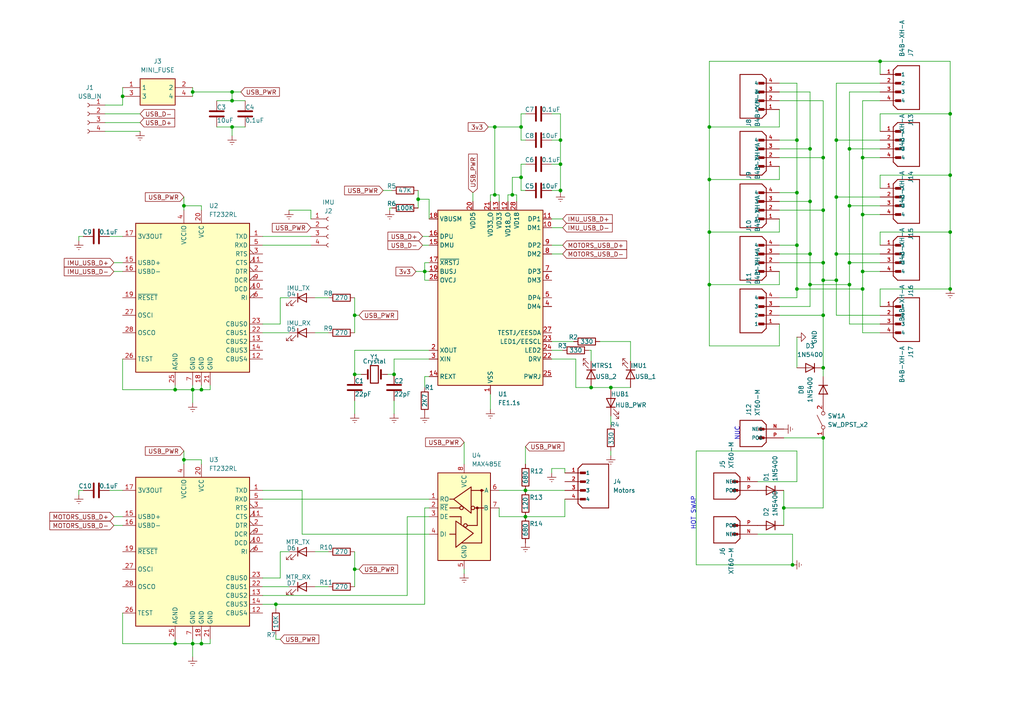
<source format=kicad_sch>
(kicad_sch (version 20231120) (generator "eeschema") (generator_version "8.0")
  (paper "A4")
  (title_block (title "Communication Board for Humanoid Robot"))
  (junction (at 275.59 83.82))
  (junction (at 275.59 33.02))
  (junction (at 242.57 73.66))
  (junction (at 238.76 91.44))
  (junction (at 231.14 71.12))
  (junction (at 242.57 40.64))
  (junction (at 234.95 43.18))
  (junction (at 234.95 82.55))
  (junction (at 238.76 60.96))
  (junction (at 250.19 78.74))
  (junction (at 50.8 186.69))
  (junction (at 231.14 83.82))
  (junction (at 177.165 112.395))
  (junction (at 53.34 133.35))
  (junction (at 238.76 81.28))
  (junction (at 102.87 165.1))
  (junction (at 58.42 186.69))
  (junction (at 231.14 55.88))
  (junction (at 242.57 81.28))
  (junction (at 238.76 45.72))
  (junction (at 234.95 58.42))
  (junction (at 102.87 108.585))
  (junction (at 250.19 45.72))
  (junction (at 229.87 163.83))
  (junction (at 162.56 55.245))
  (junction (at 114.3 108.585))
  (junction (at 246.38 59.69))
  (junction (at 55.88 113.03))
  (junction (at 55.88 186.69))
  (junction (at 205.74 52.07))
  (junction (at 151.13 36.83))
  (junction (at 275.59 50.8))
  (junction (at 227.33 147.32))
  (junction (at 231.14 40.64))
  (junction (at 102.87 91.44))
  (junction (at 151.13 51.435))
  (junction (at 246.38 82.55))
  (junction (at 205.74 67.31))
  (junction (at 143.51 36.83))
  (junction (at 148.59 56.515))
  (junction (at 238.76 76.2))
  (junction (at 80.01 175.26))
  (junction (at 255.27 17.78))
  (junction (at 250.19 83.82))
  (junction (at 250.19 62.23))
  (junction (at 162.56 40.64))
  (junction (at 123.19 78.74))
  (junction (at 162.56 47.625))
  (junction (at 35.56 27.94))
  (junction (at 55.88 26.67))
  (junction (at 234.95 73.66))
  (junction (at 246.38 76.2))
  (junction (at 275.59 67.31))
  (junction (at 171.45 112.395))
  (junction (at 50.8 113.03))
  (junction (at 121.285 57.785))
  (junction (at 143.51 56.515))
  (junction (at 67.31 36.83))
  (junction (at 242.57 57.15))
  (junction (at 246.38 43.18))
  (junction (at 67.31 26.67))
  (junction (at 53.34 59.69))
  (junction (at 205.74 82.55))
  (junction (at 238.76 106.68))
  (junction (at 238.76 127))
  (junction (at 152.4 149.86))
  (junction (at 58.42 113.03))
  (junction (at 67.31 29.21))
  (junction (at 152.4 142.24))
  (junction (at 205.74 36.83))
  (wire (pts (xy 50.8 186.69) (xy 55.88 186.69)))
  (wire (pts (xy 67.31 26.67) (xy 67.31 29.21)))
  (wire (pts (xy 118.11 172.72) (xy 118.11 149.86)))
  (wire (pts (xy 162.56 55.245) (xy 160.02 55.245)))
  (wire (pts (xy 95.25 160.02) (xy 91.44 160.02)))
  (wire (pts (xy 60.96 111.76) (xy 60.96 113.03)))
  (wire (pts (xy 238.76 106.68) (xy 238.76 109.22)))
  (wire (pts (xy 102.87 91.44) (xy 102.87 86.36)))
  (wire (pts (xy 231.14 83.82) (xy 231.14 71.12)))
  (wire (pts (xy 163.83 135.89) (xy 160.02 135.89)))
  (wire (pts (xy 234.95 43.18) (xy 234.95 26.67)))
  (wire (pts (xy 114.3 120.015) (xy 114.3 116.205)))
  (wire (pts (xy 275.59 50.8) (xy 275.59 67.31)))
  (wire (pts (xy 53.34 57.15) (xy 53.34 59.69)))
  (wire (pts (xy 163.83 137.16) (xy 163.83 135.89)))
  (wire (pts (xy 144.78 56.515) (xy 144.78 58.42)))
  (wire (pts (xy 76.2 172.72) (xy 118.11 172.72)))
  (wire (pts (xy 205.74 52.07) (xy 205.74 36.83)))
  (wire (pts (xy 238.76 127) (xy 238.76 147.32)))
  (wire (pts (xy 231.14 40.64) (xy 231.14 24.13)))
  (wire (pts (xy 33.02 152.4) (xy 35.56 152.4)))
  (wire (pts (xy 60.96 186.69) (xy 58.42 186.69)))
  (wire (pts (xy 76.2 175.26) (xy 80.01 175.26)))
  (wire (pts (xy 80.01 185.42) (xy 80.01 184.15)))
  (wire (pts (xy 205.74 100.33) (xy 205.74 82.55)))
  (wire (pts (xy 144.78 142.24) (xy 152.4 142.24)))
  (wire (pts (xy 229.87 163.83) (xy 229.87 154.94)))
  (wire (pts (xy 123.19 76.2) (xy 123.19 78.74)))
  (wire (pts (xy 231.14 83.82) (xy 250.19 83.82)))
  (wire (pts (xy 226.06 86.36) (xy 231.14 86.36)))
  (wire (pts (xy 255.27 78.74) (xy 250.19 78.74)))
  (wire (pts (xy 31.75 142.24) (xy 35.56 142.24)))
  (wire (pts (xy 275.59 33.02) (xy 275.59 50.8)))
  (wire (pts (xy 151.13 33.02) (xy 151.13 36.83)))
  (wire (pts (xy 55.88 25.4) (xy 55.88 26.67)))
  (wire (pts (xy 62.865 29.21) (xy 67.31 29.21)))
  (wire (pts (xy 163.83 149.86) (xy 163.83 144.78)))
  (wire (pts (xy 151.13 51.435) (xy 151.13 55.245)))
  (wire (pts (xy 87.63 142.24) (xy 87.63 154.94)))
  (wire (pts (xy 242.57 73.66) (xy 242.57 81.28)))
  (wire (pts (xy 122.555 71.12) (xy 124.46 71.12)))
  (wire (pts (xy 163.195 66.04) (xy 160.02 66.04)))
  (wire (pts (xy 95.25 170.18) (xy 91.44 170.18)))
  (wire (pts (xy 255.27 40.64) (xy 242.57 40.64)))
  (wire (pts (xy 246.38 26.67) (xy 246.38 43.18)))
  (wire (pts (xy 124.46 109.22) (xy 123.19 109.22)))
  (wire (pts (xy 226.06 73.66) (xy 234.95 73.66)))
  (wire (pts (xy 141.605 36.83) (xy 143.51 36.83)))
  (wire (pts (xy 255.27 76.2) (xy 246.38 76.2)))
  (wire (pts (xy 226.06 36.83) (xy 205.74 36.83)))
  (wire (pts (xy 177.165 120.65) (xy 177.165 123.19)))
  (wire (pts (xy 24.13 68.58) (xy 22.86 68.58)))
  (wire (pts (xy 76.2 142.24) (xy 87.63 142.24)))
  (wire (pts (xy 226.06 48.26) (xy 226.06 52.07)))
  (wire (pts (xy 205.74 36.83) (xy 205.74 17.78)))
  (wire (pts (xy 137.16 58.42) (xy 137.16 55.88)))
  (wire (pts (xy 226.06 76.2) (xy 238.76 76.2)))
  (wire (pts (xy 201.93 163.83) (xy 229.87 163.83)))
  (wire (pts (xy 246.38 82.55) (xy 246.38 93.98)))
  (wire (pts (xy 226.06 91.44) (xy 238.76 91.44)))
  (wire (pts (xy 231.14 86.36) (xy 231.14 83.82)))
  (wire (pts (xy 55.88 186.69) (xy 58.42 186.69)))
  (wire (pts (xy 30.48 30.48) (xy 35.56 30.48)))
  (wire (pts (xy 162.56 33.02) (xy 162.56 40.64)))
  (wire (pts (xy 151.13 33.02) (xy 152.4 33.02)))
  (wire (pts (xy 255.27 33.02) (xy 275.59 33.02)))
  (wire (pts (xy 171.45 112.395) (xy 177.165 112.395)))
  (wire (pts (xy 255.27 73.66) (xy 242.57 73.66)))
  (wire (pts (xy 173.99 99.06) (xy 182.88 99.06)))
  (wire (pts (xy 226.06 78.74) (xy 226.06 82.55)))
  (wire (pts (xy 177.165 132.08) (xy 177.165 130.81)))
  (wire (pts (xy 255.27 21.59) (xy 255.27 17.78)))
  (wire (pts (xy 231.14 71.12) (xy 231.14 55.88)))
  (wire (pts (xy 35.56 177.8) (xy 35.56 186.69)))
  (wire (pts (xy 76.2 170.18) (xy 83.82 170.18)))
  (wire (pts (xy 95.25 96.52) (xy 91.44 96.52)))
  (wire (pts (xy 255.27 38.1) (xy 255.27 33.02)))
  (wire (pts (xy 144.78 149.86) (xy 152.4 149.86)))
  (wire (pts (xy 60.96 185.42) (xy 60.96 186.69)))
  (wire (pts (xy 123.19 78.74) (xy 124.46 78.74)))
  (wire (pts (xy 162.56 33.02) (xy 160.02 33.02)))
  (wire (pts (xy 33.02 149.86) (xy 35.56 149.86)))
  (wire (pts (xy 219.71 139.7) (xy 231.14 139.7)))
  (wire (pts (xy 255.27 88.9) (xy 255.27 83.82)))
  (wire (pts (xy 229.87 154.94) (xy 219.71 154.94)))
  (wire (pts (xy 205.74 82.55) (xy 205.74 67.31)))
  (wire (pts (xy 151.13 55.245) (xy 152.4 55.245)))
  (wire (pts (xy 113.03 60.325) (xy 113.665 60.325)))
  (wire (pts (xy 226.06 88.9) (xy 234.95 88.9)))
  (wire (pts (xy 234.95 82.55) (xy 234.95 73.66)))
  (wire (pts (xy 255.27 24.13) (xy 242.57 24.13)))
  (wire (pts (xy 226.06 31.75) (xy 226.06 36.83)))
  (wire (pts (xy 53.34 130.81) (xy 53.34 133.35)))
  (wire (pts (xy 151.13 36.83) (xy 151.13 40.64)))
  (wire (pts (xy 69.85 26.67) (xy 67.31 26.67)))
  (wire (pts (xy 55.88 186.69) (xy 55.88 190.5)))
  (wire (pts (xy 226.06 63.5) (xy 226.06 67.31)))
  (wire (pts (xy 102.87 108.585) (xy 104.775 108.585)))
  (wire (pts (xy 22.86 142.24) (xy 22.86 143.51)))
  (wire (pts (xy 35.56 104.14) (xy 35.56 113.03)))
  (wire (pts (xy 226.06 55.88) (xy 231.14 55.88)))
  (wire (pts (xy 147.32 56.515) (xy 148.59 56.515)))
  (wire (pts (xy 250.19 29.21) (xy 250.19 45.72)))
  (wire (pts (xy 238.76 45.72) (xy 238.76 29.21)))
  (wire (pts (xy 162.56 47.625) (xy 162.56 55.245)))
  (wire (pts (xy 226.06 26.67) (xy 234.95 26.67)))
  (wire (pts (xy 246.38 43.18) (xy 246.38 59.69)))
  (wire (pts (xy 95.25 86.36) (xy 91.44 86.36)))
  (wire (pts (xy 227.33 152.4) (xy 227.33 147.32)))
  (wire (pts (xy 50.8 185.42) (xy 50.8 186.69)))
  (wire (pts (xy 250.19 83.82) (xy 250.19 96.52)))
  (wire (pts (xy 148.59 56.515) (xy 149.86 56.515)))
  (wire (pts (xy 152.4 142.24) (xy 163.83 142.24)))
  (wire (pts (xy 151.13 47.625) (xy 151.13 51.435)))
  (wire (pts (xy 33.02 76.2) (xy 35.56 76.2)))
  (wire (pts (xy 238.76 147.32) (xy 227.33 147.32)))
  (wire (pts (xy 234.95 88.9) (xy 234.95 82.55)))
  (wire (pts (xy 58.42 111.76) (xy 58.42 113.03)))
  (wire (pts (xy 182.88 99.06) (xy 182.88 104.775)))
  (wire (pts (xy 226.06 40.64) (xy 231.14 40.64)))
  (wire (pts (xy 242.57 81.28) (xy 242.57 91.44)))
  (wire (pts (xy 162.56 55.88) (xy 162.56 55.245)))
  (wire (pts (xy 255.27 57.15) (xy 242.57 57.15)))
  (wire (pts (xy 67.31 36.83) (xy 71.12 36.83)))
  (wire (pts (xy 134.62 128.27) (xy 134.62 134.62)))
  (wire (pts (xy 255.27 29.21) (xy 250.19 29.21)))
  (wire (pts (xy 149.86 56.515) (xy 149.86 58.42)))
  (wire (pts (xy 234.95 73.66) (xy 234.95 58.42)))
  (wire (pts (xy 226.06 71.12) (xy 231.14 71.12)))
  (wire (pts (xy 255.27 43.18) (xy 246.38 43.18)))
  (wire (pts (xy 142.24 56.515) (xy 143.51 56.515)))
  (wire (pts (xy 231.14 139.7) (xy 231.14 130.81)))
  (wire (pts (xy 171.45 101.6) (xy 170.815 101.6)))
  (wire (pts (xy 238.76 60.96) (xy 238.76 45.72)))
  (wire (pts (xy 275.59 17.78) (xy 275.59 33.02)))
  (wire (pts (xy 226.06 58.42) (xy 234.95 58.42)))
  (wire (pts (xy 167.005 112.395) (xy 171.45 112.395)))
  (wire (pts (xy 55.88 113.03) (xy 55.88 116.84)))
  (wire (pts (xy 142.24 114.3) (xy 142.24 118.745)))
  (wire (pts (xy 123.19 175.26) (xy 123.19 147.32)))
  (wire (pts (xy 124.46 57.785) (xy 124.46 63.5)))
  (wire (pts (xy 123.19 78.74) (xy 123.19 81.28)))
  (wire (pts (xy 58.42 59.69) (xy 53.34 59.69)))
  (wire (pts (xy 160.02 73.66) (xy 163.195 73.66)))
  (wire (pts (xy 255.27 93.98) (xy 246.38 93.98)))
  (wire (pts (xy 255.27 83.82) (xy 275.59 83.82)))
  (wire (pts (xy 120.65 78.74) (xy 123.19 78.74)))
  (wire (pts (xy 255.27 54.61) (xy 255.27 50.8)))
  (wire (pts (xy 58.42 185.42) (xy 58.42 186.69)))
  (wire (pts (xy 226.06 24.13) (xy 231.14 24.13)))
  (wire (pts (xy 102.87 101.6) (xy 124.46 101.6)))
  (wire (pts (xy 83.82 160.02) (xy 81.28 160.02)))
  (wire (pts (xy 226.06 93.98) (xy 226.06 100.33)))
  (wire (pts (xy 160.02 71.12) (xy 163.195 71.12)))
  (wire (pts (xy 90.17 60.96) (xy 83.82 60.96)))
  (wire (pts (xy 102.87 101.6) (xy 102.87 108.585)))
  (wire (pts (xy 55.88 186.69) (xy 55.88 185.42)))
  (wire (pts (xy 143.51 36.83) (xy 151.13 36.83)))
  (wire (pts (xy 242.57 24.13) (xy 242.57 40.64)))
  (wire (pts (xy 111.125 55.245) (xy 113.665 55.245)))
  (wire (pts (xy 144.78 149.86) (xy 144.78 147.32)))
  (wire (pts (xy 40.64 35.56) (xy 30.48 35.56)))
  (wire (pts (xy 118.11 149.86) (xy 124.46 149.86)))
  (wire (pts (xy 234.95 58.42) (xy 234.95 43.18)))
  (wire (pts (xy 205.74 67.31) (xy 226.06 67.31)))
  (wire (pts (xy 255.27 59.69) (xy 246.38 59.69)))
  (wire (pts (xy 123.19 81.28) (xy 124.46 81.28)))
  (wire (pts (xy 55.88 113.03) (xy 55.88 111.76)))
  (wire (pts (xy 123.19 147.32) (xy 124.46 147.32)))
  (wire (pts (xy 122.555 68.58) (xy 124.46 68.58)))
  (wire (pts (xy 205.74 17.78) (xy 255.27 17.78)))
  (wire (pts (xy 205.74 67.31) (xy 205.74 52.07)))
  (wire (pts (xy 160.02 104.14) (xy 167.005 104.14)))
  (wire (pts (xy 238.76 91.44) (xy 238.76 81.28)))
  (wire (pts (xy 58.42 60.96) (xy 58.42 59.69)))
  (wire (pts (xy 160.02 135.89) (xy 160.02 137.16)))
  (wire (pts (xy 205.74 82.55) (xy 226.06 82.55)))
  (wire (pts (xy 113.03 60.96) (xy 113.03 60.325)))
  (wire (pts (xy 255.27 67.31) (xy 275.59 67.31)))
  (wire (pts (xy 81.28 93.98) (xy 76.2 93.98)))
  (wire (pts (xy 121.285 57.785) (xy 124.46 57.785)))
  (wire (pts (xy 53.34 59.69) (xy 53.34 60.96)))
  (wire (pts (xy 250.19 96.52) (xy 255.27 96.52)))
  (wire (pts (xy 102.87 165.1) (xy 102.87 170.18)))
  (wire (pts (xy 255.27 71.12) (xy 255.27 67.31)))
  (wire (pts (xy 143.51 56.515) (xy 144.78 56.515)))
  (wire (pts (xy 76.2 144.78) (xy 124.46 144.78)))
  (wire (pts (xy 226.06 52.07) (xy 205.74 52.07)))
  (wire (pts (xy 255.27 50.8) (xy 275.59 50.8)))
  (wire (pts (xy 152.4 129.54) (xy 152.4 134.62)))
  (wire (pts (xy 231.14 130.81) (xy 201.93 130.81)))
  (wire (pts (xy 250.19 62.23) (xy 250.19 78.74)))
  (wire (pts (xy 163.195 101.6) (xy 160.02 101.6)))
  (wire (pts (xy 24.13 142.24) (xy 22.86 142.24)))
  (wire (pts (xy 80.01 176.53) (xy 80.01 175.26)))
  (wire (pts (xy 250.19 78.74) (xy 250.19 83.82)))
  (wire (pts (xy 242.57 57.15) (xy 242.57 73.66)))
  (wire (pts (xy 238.76 81.28) (xy 242.57 81.28)))
  (wire (pts (xy 227.33 147.32) (xy 227.33 142.24)))
  (wire (pts (xy 81.28 160.02) (xy 81.28 167.64)))
  (wire (pts (xy 67.31 29.21) (xy 71.12 29.21)))
  (wire (pts (xy 238.76 76.2) (xy 238.76 60.96)))
  (wire (pts (xy 121.285 57.785) (xy 121.285 55.245)))
  (wire (pts (xy 250.19 45.72) (xy 250.19 62.23)))
  (wire (pts (xy 255.27 45.72) (xy 250.19 45.72)))
  (wire (pts (xy 76.2 96.52) (xy 83.82 96.52)))
  (wire (pts (xy 201.93 130.81) (xy 201.93 163.83)))
  (wire (pts (xy 227.33 127) (xy 238.76 127)))
  (wire (pts (xy 255.27 26.67) (xy 246.38 26.67)))
  (wire (pts (xy 55.88 26.67) (xy 55.88 27.94)))
  (wire (pts (xy 151.13 40.64) (xy 152.4 40.64)))
  (wire (pts (xy 171.45 104.775) (xy 171.45 101.6)))
  (wire (pts (xy 242.57 40.64) (xy 242.57 57.15)))
  (wire (pts (xy 62.865 36.83) (xy 67.31 36.83)))
  (wire (pts (xy 152.4 149.86) (xy 163.83 149.86)))
  (wire (pts (xy 121.285 60.325) (xy 121.285 57.785)))
  (wire (pts (xy 246.38 76.2) (xy 246.38 82.55)))
  (wire (pts (xy 255.27 17.78) (xy 275.59 17.78)))
  (wire (pts (xy 151.13 47.625) (xy 152.4 47.625)))
  (wire (pts (xy 83.82 86.36) (xy 81.28 86.36)))
  (wire (pts (xy 102.87 165.1) (xy 102.87 160.02)))
  (wire (pts (xy 246.38 59.69) (xy 246.38 76.2)))
  (wire (pts (xy 58.42 134.62) (xy 58.42 133.35)))
  (wire (pts (xy 114.3 104.14) (xy 114.3 108.585)))
  (wire (pts (xy 76.2 68.58) (xy 90.17 68.58)))
  (wire (pts (xy 55.88 113.03) (xy 58.42 113.03)))
  (wire (pts (xy 58.42 133.35) (xy 53.34 133.35)))
  (wire (pts (xy 60.96 113.03) (xy 58.42 113.03)))
  (wire (pts (xy 226.06 100.33) (xy 205.74 100.33)))
  (wire (pts (xy 238.76 81.28) (xy 238.76 76.2)))
  (wire (pts (xy 226.06 29.21) (xy 238.76 29.21)))
  (wire (pts (xy 162.56 40.64) (xy 160.02 40.64)))
  (wire (pts (xy 50.8 113.03) (xy 55.88 113.03)))
  (wire (pts (xy 142.24 58.42) (xy 142.24 56.515)))
  (wire (pts (xy 55.88 26.67) (xy 67.31 26.67)))
  (wire (pts (xy 124.46 76.2) (xy 123.19 76.2)))
  (wire (pts (xy 226.06 60.96) (xy 238.76 60.96)))
  (wire (pts (xy 40.64 38.1) (xy 30.48 38.1)))
  (wire (pts (xy 35.56 30.48) (xy 35.56 27.94)))
  (wire (pts (xy 167.005 104.14) (xy 167.005 112.395)))
  (wire (pts (xy 226.06 43.18) (xy 234.95 43.18)))
  (wire (pts (xy 238.76 91.44) (xy 238.76 106.68)))
  (wire (pts (xy 148.59 56.515) (xy 148.59 51.435)))
  (wire (pts (xy 35.56 113.03) (xy 50.8 113.03)))
  (wire (pts (xy 231.14 55.88) (xy 231.14 40.64)))
  (wire (pts (xy 80.01 175.26) (xy 123.19 175.26)))
  (wire (pts (xy 76.2 71.12) (xy 90.17 71.12)))
  (wire (pts (xy 22.86 68.58) (xy 22.86 69.85)))
  (wire (pts (xy 104.14 91.44) (xy 102.87 91.44)))
  (wire (pts (xy 81.28 185.42) (xy 80.01 185.42)))
  (wire (pts (xy 67.31 39.37) (xy 67.31 36.83)))
  (wire (pts (xy 35.56 186.69) (xy 50.8 186.69)))
  (wire (pts (xy 112.395 108.585) (xy 114.3 108.585)))
  (wire (pts (xy 114.3 104.14) (xy 124.46 104.14)))
  (wire (pts (xy 226.06 45.72) (xy 238.76 45.72)))
  (wire (pts (xy 40.64 33.02) (xy 30.48 33.02)))
  (wire (pts (xy 148.59 51.435) (xy 151.13 51.435)))
  (wire (pts (xy 53.34 133.35) (xy 53.34 134.62)))
  (wire (pts (xy 162.56 40.64) (xy 162.56 47.625)))
  (wire (pts (xy 234.95 82.55) (xy 246.38 82.55)))
  (wire (pts (xy 123.19 109.22) (xy 123.19 112.395)))
  (wire (pts (xy 102.87 120.015) (xy 102.87 116.205)))
  (wire (pts (xy 104.14 165.1) (xy 102.87 165.1)))
  (wire (pts (xy 143.51 36.83) (xy 143.51 56.515)))
  (wire (pts (xy 81.28 86.36) (xy 81.28 93.98)))
  (wire (pts (xy 50.8 111.76) (xy 50.8 113.03)))
  (wire (pts (xy 177.165 112.395) (xy 177.165 113.03)))
  (wire (pts (xy 33.02 78.74) (xy 35.56 78.74)))
  (wire (pts (xy 87.63 154.94) (xy 124.46 154.94)))
  (wire (pts (xy 162.56 47.625) (xy 160.02 47.625)))
  (wire (pts (xy 163.195 63.5) (xy 160.02 63.5)))
  (wire (pts (xy 90.17 60.96) (xy 90.17 63.5)))
  (wire (pts (xy 134.62 165.1) (xy 134.62 166.37)))
  (wire (pts (xy 31.75 68.58) (xy 35.56 68.58)))
  (wire (pts (xy 147.32 58.42) (xy 147.32 56.515)))
  (wire (pts (xy 242.57 91.44) (xy 255.27 91.44)))
  (wire (pts (xy 255.27 62.23) (xy 250.19 62.23)))
  (wire (pts (xy 81.28 167.64) (xy 76.2 167.64)))
  (wire (pts (xy 275.59 67.31) (xy 275.59 83.82)))
  (wire (pts (xy 102.87 91.44) (xy 102.87 96.52)))
  (wire (pts (xy 177.165 112.395) (xy 182.88 112.395)))
  (wire (pts (xy 231.14 106.68) (xy 231.14 97.79)))
  (wire (pts (xy 35.56 25.4) (xy 35.56 27.94)))
  (wire (pts (xy 166.37 99.06) (xy 160.02 99.06)))
  (text "NUC\n" (at 213.868 125.73 90) (effects (font (size 1.27 1.27))))
  (text "HOT SWAP\n" (at 201.168 148.844 90) (effects (font (size 1.27 1.27))))
  (global_label "3v3" (shape input) (at 141.605 36.83 180) (property "Intersheetrefs" "${INTERSHEET_REFS}" (effects (hide yes))))
  (global_label "USB_PWR" (shape input) (at 137.16 55.88 90) (property "Intersheetrefs" "${INTERSHEET_REFS}" (effects (hide yes))))
  (global_label "USB_PWR" (shape input) (at 81.28 185.42 0) (property "Intersheetrefs" "${INTERSHEET_REFS}" (effects (hide yes))))
  (global_label "USB_PWR" (shape input) (at 104.14 165.1 0) (property "Intersheetrefs" "${INTERSHEET_REFS}" (effects (hide yes))))
  (global_label "USB_PWR" (shape input) (at 53.34 57.15 180) (property "Intersheetrefs" "${INTERSHEET_REFS}" (effects (hide yes))))
  (global_label "IMU_USB_D+" (shape input) (at 163.195 63.5 0) (property "Intersheetrefs" "${INTERSHEET_REFS}" (effects (hide yes))))
  (global_label "USB_PWR" (shape input) (at 53.34 130.81 180) (property "Intersheetrefs" "${INTERSHEET_REFS}" (effects (hide yes))))
  (global_label "USB_PWR" (shape input) (at 90.17 66.04 180) (property "Intersheetrefs" "${INTERSHEET_REFS}" (effects (hide yes))))
  (global_label "IMU_USB_D-" (shape input) (at 33.02 78.74 180) (property "Intersheetrefs" "${INTERSHEET_REFS}" (effects (hide yes))))
  (global_label "MOTORS_USB_D-" (shape input) (at 33.02 152.4 180) (property "Intersheetrefs" "${INTERSHEET_REFS}" (effects (hide yes))))
  (global_label "USB_D+" (shape input) (at 122.555 68.58 180) (property "Intersheetrefs" "${INTERSHEET_REFS}" (effects (hide yes))))
  (global_label "MOTORS_USB_D+" (shape input) (at 33.02 149.86 180) (property "Intersheetrefs" "${INTERSHEET_REFS}" (effects (hide yes))))
  (global_label "IMU_USB_D+" (shape input) (at 33.02 76.2 180) (property "Intersheetrefs" "${INTERSHEET_REFS}" (effects (hide yes))))
  (global_label "USB_D-" (shape input) (at 122.555 71.12 180) (property "Intersheetrefs" "${INTERSHEET_REFS}" (effects (hide yes))))
  (global_label "USB_PWR" (shape input) (at 69.85 26.67 0) (property "Intersheetrefs" "${INTERSHEET_REFS}" (effects (hide yes))))
  (global_label "USB_PWR" (shape input) (at 134.62 128.27 180) (property "Intersheetrefs" "${INTERSHEET_REFS}" (effects (hide yes))))
  (global_label "IMU_USB_D-" (shape input) (at 163.195 66.04 0) (property "Intersheetrefs" "${INTERSHEET_REFS}" (effects (hide yes))))
  (global_label "USB_PWR" (shape input) (at 152.4 129.54 0) (property "Intersheetrefs" "${INTERSHEET_REFS}" (effects (hide yes))))
  (global_label "3v3" (shape input) (at 120.65 78.74 180) (property "Intersheetrefs" "${INTERSHEET_REFS}" (effects (hide yes))))
  (global_label "USB_PWR" (shape input) (at 104.14 91.44 0) (property "Intersheetrefs" "${INTERSHEET_REFS}" (effects (hide yes))))
  (global_label "USB_D-" (shape input) (at 40.64 33.02 0) (property "Intersheetrefs" "${INTERSHEET_REFS}" (effects (hide yes))))
  (global_label "USB_D+" (shape input) (at 40.64 35.56 0) (property "Intersheetrefs" "${INTERSHEET_REFS}" (effects (hide yes))))
  (global_label "MOTORS_USB_D-" (shape input) (at 163.195 73.66 0) (property "Intersheetrefs" "${INTERSHEET_REFS}" (effects (hide yes))))
  (global_label "USB_PWR" (shape input) (at 111.125 55.245 180) (property "Intersheetrefs" "${INTERSHEET_REFS}" (effects (hide yes))))
  (global_label "MOTORS_USB_D+" (shape input) (at 163.195 71.12 0) (property "Intersheetrefs" "${INTERSHEET_REFS}" (effects (hide yes))))
  (symbol (lib_id "power:GNDREF") (at 177.165 132.08 0) (unit 1)
    (property "Reference" "#PWR04" (effects (hide yes)))
    (property "Value" "GNDREF" (effects (hide yes)))
  )
  (symbol (lib_id "power:GNDREF") (at 83.82 60.96 0) (unit 1)
    (property "Reference" "#PWR012" (effects (hide yes)))
    (property "Value" "GNDREF" (effects (hide yes)))
  )
  (symbol (lib_id "Device:R") (at 117.475 60.325 90) (unit 1)
    (property "Reference" "R6" (at 114.935 59.055 90) (effects (justify left)))
    (property "Value" "100K" (at 120.015 60.325 90) (effects (justify left)))
    (property "Footprint" "Resistor_SMD:R_1206_3216Metric" (effects (hide yes)))
  )
  (symbol (lib_id "power:GNDREF") (at 142.24 118.745 0) (unit 1)
    (property "Reference" "#PWR06" (effects (hide yes)))
    (property "Value" "GNDREF" (effects (hide yes)))
  )
  (symbol (lib_id "Device:C") (at 156.21 47.625 90) (unit 1)
    (property "Reference" "C6" (at 154.94 46.355 90) (effects (justify left)))
    (property "Value" "0.1uF" (at 162.56 46.355 90) (effects (justify left)))
    (property "Footprint" "Capacitor_SMD:C_1206_3216Metric" (effects (hide yes)))
  )
  (symbol (lib_id "Switch:SW_DPST_x2") (at 238.76 121.92 90) (unit 1)
    (property "Reference" "SW1" (at 240.03 120.6499 90) (effects (justify right)))
    (property "Value" "SW_DPST_x2" (at 240.03 123.1899 90) (effects (justify right)))
    (property "Footprint" "Connector_Pin:Pin_D1.1mm_L10.2mm_W3.5mm_Flat" (effects (hide yes)))
    (property "Description" "Single Pole Single Throw (SPST) switch, separate symbol" (effects (hide yes)))
  )
  (symbol (lib_id "humanoid:MINI_FUSE") (at 35.56 25.4 0) (unit 1)
    (property "Reference" "J3" (at 45.72 17.78 0))
    (property "Value" "MINI_FUSE" (at 45.72 20.32 0))
    (property "Footprint" "humanoid:MINI_FUSE" (effects (hide yes)))
    (property "Datasheet" "http://www.keyelco.com/product-pdf.cfm?p=296" (effects (hide yes)))
    (property "Description" "THM 2 in 1 Auto Blade Holder P/N 3557-2" (effects (hide yes)))
    (property "Mouser Part Number" "534-3557-2" (effects (hide yes)))
    (property "Mouser Price/Stock" "https://www.mouser.co.uk/ProductDetail/Keystone-Electronics/3557-2?qs=cxy41lVAGV%2FfbyASjpXK1g%3D%3D" (effects (hide yes)))
    (property "Manufacturer_Name" "Keystone Electronics" (effects (hide yes)))
    (property "Manufacturer_Part_Number" "3557-2" (effects (hide yes)))
  )
  (symbol (lib_id "Device:C") (at 27.94 68.58 90) (unit 1)
    (property "Reference" "C9" (at 26.67 67.31 90) (effects (justify left)))
    (property "Value" "0.1uF" (at 34.29 67.31 90) (effects (justify left)))
    (property "Footprint" "Capacitor_SMD:C_1206_3216Metric" (effects (hide yes)))
  )
  (symbol (lib_id "Device:LED") (at 87.63 170.18 0) (unit 1)
    (property "Reference" "D7" (at 85.852 169.164 0) (effects (justify right)))
    (property "Value" "MTR_RX" (at 90.17 167.386 0) (effects (justify right)))
    (property "Footprint" "LED_SMD:LED_1206_3216Metric_Pad1.42x1.75mm_HandSolder" (effects (hide yes)))
  )
  (symbol (lib_id "Device:LED") (at 171.45 108.585 270) (unit 1)
    (property "Reference" "MTRS1" (at 171.45 106.045 90) (effects (justify left)))
    (property "Value" "USB_2" (at 172.72 109.22 90) (effects (justify left)))
    (property "Footprint" "LED_SMD:LED_1206_3216Metric_Pad1.42x1.75mm_HandSolder" (effects (hide yes)))
  )
  (symbol (lib_id "power:GND") (at 231.14 97.79 90) (unit 1)
    (property "Reference" "#PWR020" (effects (hide yes)))
    (property "Value" "GND" (at 236.22 97.79 0))
    (property "Description" "Power symbol creates a global label with name \"GND\" , ground" (effects (hide yes)))
  )
  (symbol (lib_id "Device:R") (at 99.06 86.36 90) (unit 1)
    (property "Reference" "R8" (at 96.52 85.09 90) (effects (justify left)))
    (property "Value" "270" (at 99.06 86.36 90))
    (property "Footprint" "Resistor_SMD:R_1206_3216Metric" (effects (hide yes)))
  )
  (symbol (lib_id "Interface_USB:FT232RL") (at 55.88 160.02 0) (unit 1)
    (property "Reference" "U3" (at 60.6141 133.35 0) (effects (justify left)))
    (property "Value" "FT232RL" (at 60.6141 135.89 0) (effects (justify left)))
    (property "Footprint" "Package_SO:SSOP-28_5.3x10.2mm_P0.65mm" (effects (hide yes)))
    (property "Datasheet" "https://www.ftdichip.com/Support/Documents/DataSheets/ICs/DS_FT232R.pdf" (effects (hide yes)))
    (property "Description" "USB to Serial Interface, SSOP-28" (effects (hide yes)))
  )
  (symbol (lib_id "Device:C") (at 114.3 112.395 0) (unit 1)
    (property "Reference" "C2" (at 114.3 110.49 0) (effects (justify left)))
    (property "Value" "22pF" (at 114.3 114.3 0) (effects (justify left)))
    (property "Footprint" "Capacitor_SMD:C_1206_3216Metric" (effects (hide yes)))
  )
  (symbol (lib_id "power:GNDREF") (at 160.02 137.16 0) (unit 1)
    (property "Reference" "#PWR016" (effects (hide yes)))
    (property "Value" "GNDREF" (effects (hide yes)))
  )
  (symbol (lib_id "Device:R") (at 117.475 55.245 90) (unit 1)
    (property "Reference" "R5" (at 114.935 53.975 90) (effects (justify left)))
    (property "Value" "47K" (at 119.38 55.245 90) (effects (justify left)))
    (property "Footprint" "Resistor_SMD:R_1206_3216Metric" (effects (hide yes)))
  )
  (symbol (lib_id "power:GNDREF") (at 22.86 143.51 0) (unit 1)
    (property "Reference" "#PWR013" (effects (hide yes)))
    (property "Value" "GNDREF" (effects (hide yes)))
  )
  (symbol (lib_id "power:GNDREF") (at 114.3 120.015 0) (unit 1)
    (property "Reference" "#PWR02" (effects (hide yes)))
    (property "Value" "GNDREF" (effects (hide yes)))
  )
  (symbol (lib_id "power:GNDREF") (at 162.56 55.88 0) (unit 1)
    (property "Reference" "#PWR09" (effects (hide yes)))
    (property "Value" "GNDREF" (effects (hide yes)))
  )
  (symbol (lib_id "Device:R") (at 152.4 138.43 0) (unit 1)
    (property "Reference" "R12" (at 153.67 136.652 0) (effects (justify left)))
    (property "Value" "680" (at 152.4 138.43 90))
    (property "Footprint" "Resistor_SMD:R_1206_3216Metric" (effects (hide yes)))
  )
  (symbol (lib_id "Device:C") (at 62.865 33.02 0) (unit 1)
    (property "Reference" "C3" (at 62.865 31.115 0) (effects (justify left)))
    (property "Value" "10uF" (at 62.865 34.925 0) (effects (justify left)))
    (property "Footprint" "Capacitor_SMD:C_1206_3216Metric" (effects (hide yes)))
  )
  (symbol (lib_id "power:GNDREF") (at 229.87 163.83 90) (unit 1)
    (property "Reference" "#PWR019" (effects (hide yes)))
    (property "Value" "GNDREF" (effects (hide yes)))
  )
  (symbol (lib_id "power:GNDREF") (at 123.19 120.015 0) (unit 1)
    (property "Reference" "#PWR01" (effects (hide yes)))
    (property "Value" "GNDREF" (effects (hide yes)))
  )
  (symbol (lib_id "Device:R") (at 170.18 99.06 90) (unit 1)
    (property "Reference" "R2" (at 167.64 97.79 90) (effects (justify left)))
    (property "Value" "330" (at 170.18 99.06 90))
    (property "Footprint" "Resistor_SMD:R_1206_3216Metric" (effects (hide yes)))
  )
  (symbol (lib_id "power:GNDREF") (at 113.03 60.96 0) (unit 1)
    (property "Reference" "#PWR08" (effects (hide yes)))
    (property "Value" "GNDREF" (effects (hide yes)))
  )
  (symbol (lib_id "power:GNDREF") (at 275.59 83.82 0) (unit 1)
    (property "Reference" "#PWR022" (effects (hide yes)))
    (property "Value" "GNDREF" (effects (hide yes)))
  )
  (symbol (lib_id "Diode:1N5400") (at 223.52 142.24 180) (unit 1)
    (property "Reference" "D1" (at 222.2499 139.7 90) (effects (justify right)))
    (property "Value" "1N5400" (at 224.7899 139.7 90) (effects (justify right)))
    (property "Footprint" "Diode_THT:D_DO-201AD_P15.24mm_Horizontal" (effects (hide yes)))
    (property "Datasheet" "http://www.vishay.com/docs/88516/1n5400.pdf" (effects (hide yes)))
    (property "Description" "50V 3A General Purpose Rectifier Diode, DO-201AD" (effects (hide yes)))
    (property "Sim.Device" "D" (effects (hide yes)))
    (property "Sim.Pins" "1=K 2=A" (effects (hide yes)))
  )
  (symbol (lib_id "Interface_UART:MAX485E") (at 134.62 149.86 0) (unit 1)
    (property "Reference" "U4" (at 136.8141 132.08 0) (effects (justify left)))
    (property "Value" "MAX485E" (at 136.8141 134.62 0) (effects (justify left)))
    (property "Footprint" "Package_SO:SOIC-8_3.9x4.9mm_P1.27mm" (effects (hide yes)))
    (property "Datasheet" "https://datasheets.maximintegrated.com/en/ds/MAX1487E-MAX491E.pdf" (effects (hide yes)))
    (property "Description" "Half duplex RS-485/RS-422, 2.5 Mbps, ±15kV electro-static discharge (ESD) protection, no slew-rate, no low-power shutdown, with receiver/driver enable, 32 receiver drive capability, DIP-8 and SOIC-8" (effects (hide yes)))
  )
  (symbol (lib_id "Device:R") (at 99.06 96.52 90) (unit 1)
    (property "Reference" "R9" (at 96.52 95.25 90) (effects (justify left)))
    (property "Value" "270" (at 99.06 96.52 90))
    (property "Footprint" "Resistor_SMD:R_1206_3216Metric" (effects (hide yes)))
  )
  (symbol (lib_id "B4B-XH-A:B4B-XH-A") (at 218.44 45.72 180) (unit 1)
    (property "Reference" "J8" (at 217.1699 36.83 90) (effects (justify right)))
    (property "Value" "B4B-XH-A" (at 219.7099 36.83 90) (effects (justify right)))
    (property "Footprint" "JST_B4B-XH-A" (effects (hide yes)))
    (property "MF" "JST Sales" (effects (hide yes)))
    (property "MAXIMUM_PACKAGE_HEIGHT" "7.00 mm" (effects (hide yes)))
    (property "Package" "None" (effects (hide yes)))
    (property "Price" "None" (effects (hide yes)))
    (property "Check_prices" "https://www.snapeda.com/parts/B4B-XH-A/JST+Sales+America+Inc./view-part/?ref=eda" (effects (hide yes)))
    (property "STANDARD" "Manufacturer Recommendations" (effects (hide yes)))
    (property "PARTREV" "7/4/21" (effects (hide yes)))
    (property "SnapEDA_Link" "https://www.snapeda.com/parts/B4B-XH-A/JST+Sales+America+Inc./view-part/?ref=snap" (effects (hide yes)))
    (property "MP" "B4B-XH-A" (effects (hide yes)))
    (property "Description_1" "\\nConnector Header Through Hole 4 position 0.098 (2.50mm)\\n" (effects (hide yes)))
    (property "Availability" "In Stock" (effects (hide yes)))
    (property "MANUFACTURER" "JST" (effects (hide yes)))
  )
  (symbol (lib_id "XT60-M:XT60-M") (at 214.63 139.7 180) (unit 1)
    (property "Reference" "J5" (at 209.5499 135.89 90) (effects (justify right)))
    (property "Value" "XT60-M" (at 212.0899 135.89 90) (effects (justify right)))
    (property "Footprint" "AMASS_XT60-M" (effects (hide yes)))
    (property "MF" "AMASS" (effects (hide yes)))
    (property "MAXIMUM_PACKAGE_HEIGHT" "16.00 mm" (effects (hide yes)))
    (property "Package" "Package" (effects (hide yes)))
    (property "Price" "None" (effects (hide yes)))
    (property "Check_prices" "https://www.snapeda.com/parts/XT60-M/AMASS/view-part/?ref=eda" (effects (hide yes)))
    (property "STANDARD" "IPC 7351B" (effects (hide yes)))
    (property "PARTREV" "V1.2" (effects (hide yes)))
    (property "SnapEDA_Link" "https://www.snapeda.com/parts/XT60-M/AMASS/view-part/?ref=snap" (effects (hide yes)))
    (property "MP" "XT60-M" (effects (hide yes)))
    (property "Description_1" "\\nPlug; DC supply; XT60; male; PIN: 2; for cable; soldered; 30A; 500V\\n" (effects (hide yes)))
    (property "Availability" "Not in stock" (effects (hide yes)))
    (property "MANUFACTURER" "AMASS" (effects (hide yes)))
  )
  (symbol (lib_id "XT60-M:XT60-M") (at 222.25 124.46 180) (unit 1)
    (property "Reference" "J12" (at 217.1699 120.65 90) (effects (justify right)))
    (property "Value" "XT60-M" (at 219.7099 120.65 90) (effects (justify right)))
    (property "Footprint" "AMASS_XT60-M" (effects (hide yes)))
    (property "MF" "AMASS" (effects (hide yes)))
    (property "MAXIMUM_PACKAGE_HEIGHT" "16.00 mm" (effects (hide yes)))
    (property "Package" "Package" (effects (hide yes)))
    (property "Price" "None" (effects (hide yes)))
    (property "Check_prices" "https://www.snapeda.com/parts/XT60-M/AMASS/view-part/?ref=eda" (effects (hide yes)))
    (property "STANDARD" "IPC 7351B" (effects (hide yes)))
    (property "PARTREV" "V1.2" (effects (hide yes)))
    (property "SnapEDA_Link" "https://www.snapeda.com/parts/XT60-M/AMASS/view-part/?ref=snap" (effects (hide yes)))
    (property "MP" "XT60-M" (effects (hide yes)))
    (property "Description_1" "\\nPlug; DC supply; XT60; male; PIN: 2; for cable; soldered; 30A; 500V\\n" (effects (hide yes)))
    (property "Availability" "Not in stock" (effects (hide yes)))
    (property "MANUFACTURER" "AMASS" (effects (hide yes)))
  )
  (symbol (lib_id "power:GNDREF") (at 102.87 120.015 0) (unit 1)
    (property "Reference" "#PWR03" (effects (hide yes)))
    (property "Value" "GNDREF" (effects (hide yes)))
  )
  (symbol (lib_id "Diode:1N5400") (at 223.52 152.4 180) (unit 1)
    (property "Reference" "D2" (at 222.2499 149.86 90) (effects (justify right)))
    (property "Value" "1N5400" (at 224.7899 149.86 90) (effects (justify right)))
    (property "Footprint" "Diode_THT:D_DO-201AD_P15.24mm_Horizontal" (effects (hide yes)))
    (property "Datasheet" "http://www.vishay.com/docs/88516/1n5400.pdf" (effects (hide yes)))
    (property "Description" "50V 3A General Purpose Rectifier Diode, DO-201AD" (effects (hide yes)))
    (property "Sim.Device" "D" (effects (hide yes)))
    (property "Sim.Pins" "1=K 2=A" (effects (hide yes)))
  )
  (symbol (lib_id "B4B-XH-A:B4B-XH-A") (at 218.44 76.2 180) (unit 1)
    (property "Reference" "J10" (at 217.1699 67.31 90) (effects (justify right)))
    (property "Value" "B4B-XH-A" (at 219.7099 67.31 90) (effects (justify right)))
    (property "Footprint" "JST_B4B-XH-A" (effects (hide yes)))
    (property "MF" "JST Sales" (effects (hide yes)))
    (property "MAXIMUM_PACKAGE_HEIGHT" "7.00 mm" (effects (hide yes)))
    (property "Package" "None" (effects (hide yes)))
    (property "Price" "None" (effects (hide yes)))
    (property "Check_prices" "https://www.snapeda.com/parts/B4B-XH-A/JST+Sales+America+Inc./view-part/?ref=eda" (effects (hide yes)))
    (property "STANDARD" "Manufacturer Recommendations" (effects (hide yes)))
    (property "PARTREV" "7/4/21" (effects (hide yes)))
    (property "SnapEDA_Link" "https://www.snapeda.com/parts/B4B-XH-A/JST+Sales+America+Inc./view-part/?ref=snap" (effects (hide yes)))
    (property "MP" "B4B-XH-A" (effects (hide yes)))
    (property "Description_1" "\\nConnector Header Through Hole 4 position 0.098 (2.50mm)\\n" (effects (hide yes)))
    (property "Availability" "In Stock" (effects (hide yes)))
    (property "MANUFACTURER" "JST" (effects (hide yes)))
  )
  (symbol (lib_id "Interface_USB:FT232RL") (at 55.88 86.36 0) (unit 1)
    (property "Reference" "U2" (at 60.6141 59.69 0) (effects (justify left)))
    (property "Value" "FT232RL" (at 60.6141 62.23 0) (effects (justify left)))
    (property "Footprint" "Package_SO:SSOP-28_5.3x10.2mm_P0.65mm" (effects (hide yes)))
    (property "Datasheet" "https://www.ftdichip.com/Support/Documents/DataSheets/ICs/DS_FT232R.pdf" (effects (hide yes)))
    (property "Description" "USB to Serial Interface, SSOP-28" (effects (hide yes)))
  )
  (symbol (lib_id "Interface_USB:FE1.1s") (at 142.24 86.36 0) (unit 1)
    (property "Reference" "U1" (at 144.4341 114.3 0) (effects (justify left)))
    (property "Value" "FE1.1s" (at 144.4341 116.84 0) (effects (justify left)))
    (property "Footprint" "Package_SO:SSOP-28_3.9x9.9mm_P0.635mm" (effects (hide yes)))
    (property "Datasheet" "https://cdn-shop.adafruit.com/product-files/2991/FE1.1s+Data+Sheet+(Rev.+1.0).pdf" (effects (hide yes)))
  )
  (symbol (lib_id "Device:C") (at 156.21 40.64 90) (unit 1)
    (property "Reference" "C8" (at 154.94 39.37 90) (effects (justify left)))
    (property "Value" "10uF" (at 161.925 39.37 90) (effects (justify left)))
    (property "Footprint" "Capacitor_SMD:C_1206_3216Metric" (effects (hide yes)))
  )
  (symbol (lib_id "power:GNDREF") (at 134.62 166.37 0) (unit 1)
    (property "Reference" "#PWR015" (effects (hide yes)))
    (property "Value" "GNDREF" (effects (hide yes)))
  )
  (symbol (lib_id "Device:C") (at 27.94 142.24 90) (unit 1)
    (property "Reference" "C10" (at 26.67 140.97 90) (effects (justify left)))
    (property "Value" "0.1uF" (at 34.29 140.97 90) (effects (justify left)))
    (property "Footprint" "Capacitor_SMD:C_1206_3216Metric" (effects (hide yes)))
  )
  (symbol (lib_id "Device:LED") (at 87.63 96.52 0) (unit 1)
    (property "Reference" "D5" (at 85.852 95.504 0) (effects (justify right)))
    (property "Value" "IMU_RX" (at 90.17 93.726 0) (effects (justify right)))
    (property "Footprint" "LED_SMD:LED_1206_3216Metric_Pad1.42x1.75mm_HandSolder" (effects (hide yes)))
  )
  (symbol (lib_id "power:GNDREF") (at 227.33 124.46 90) (unit 1)
    (property "Reference" "#PWR018" (effects (hide yes)))
    (property "Value" "GNDREF" (effects (hide yes)))
  )
  (symbol (lib_id "Device:LED") (at 177.165 116.84 90) (unit 1)
    (property "Reference" "HUB1" (at 177.165 114.3 90) (effects (justify right)))
    (property "Value" "HUB_PWR" (at 178.435 117.475 90) (effects (justify right)))
    (property "Footprint" "LED_SMD:LED_1206_3216Metric_Pad1.42x1.75mm_HandSolder" (effects (hide yes)))
  )
  (symbol (lib_id "Connector:Conn_01x04_Socket") (at 25.4 33.02 0) (mirror y) (unit 1)
    (property "Reference" "J1" (at 26.035 25.4 0))
    (property "Value" "USB_IN" (at 26.035 27.94 0))
    (property "Footprint" "Connector_PinHeader_2.54mm:PinHeader_1x04_P2.54mm_Vertical" (effects (hide yes)))
  )
  (symbol (lib_id "Device:R") (at 123.19 116.205 0) (unit 1)
    (property "Reference" "R1" (at 123.19 112.395 0) (effects (justify left)))
    (property "Value" "2K7" (at 123.19 118.11 90) (effects (justify left)))
    (property "Footprint" "Resistor_SMD:R_1206_3216Metric" (effects (hide yes)))
  )
  (symbol (lib_id "humanoid:B4B-EH-A") (at 171.45 142.24 0) (unit 1)
    (property "Reference" "J4" (at 177.8 139.6999 0) (effects (justify left)))
    (property "Value" "Motors" (at 177.8 142.2399 0) (effects (justify left)))
    (property "Footprint" "Connector_JST:JST_EH_B4B-EH-A_1x04_P2.50mm_Vertical" (effects (hide yes)))
    (property "MF" "JST" (effects (hide yes)))
    (property "MAXIMUM_PACKAGE_HEIGHT" "6mm" (effects (hide yes)))
    (property "Package" "None" (effects (hide yes)))
    (property "Price" "None" (effects (hide yes)))
    (property "Check_prices" "https://www.snapeda.com/parts/B4B-EH-A/JST/view-part/?ref=eda" (effects (hide yes)))
    (property "STANDARD" "Manufacturer Recommendations" (effects (hide yes)))
    (property "SnapEDA_Link" "https://www.snapeda.com/parts/B4B-EH-A/JST/view-part/?ref=snap" (effects (hide yes)))
    (property "MP" "B4B-EH-A" (effects (hide yes)))
    (property "Description_1" "\nConnector Header Through Hole 4 position 0.098 (2.50mm)\n" (effects (hide yes)))
    (property "MANUFACTURER" "JST" (effects (hide yes)))
    (property "Availability" "In Stock" (effects (hide yes)))
    (property "SNAPEDA_PN" "B4B-EH-A" (effects (hide yes)))
  )
  (symbol (lib_id "B4B-XH-A:B4B-XH-A") (at 218.44 29.21 180) (unit 1)
    (property "Reference" "J7" (at 264.1601 16.51 90) (effects (justify right)))
    (property "Value" "B4B-XH-A" (at 261.6201 16.51 90) (effects (justify right)))
    (property "Footprint" "JST_B4B-XH-A" (effects (hide yes)))
    (property "MF" "JST Sales" (effects (hide yes)))
    (property "MAXIMUM_PACKAGE_HEIGHT" "7.00 mm" (effects (hide yes)))
    (property "Package" "None" (effects (hide yes)))
    (property "Price" "None" (effects (hide yes)))
    (property "Check_prices" "https://www.snapeda.com/parts/B4B-XH-A/JST+Sales+America+Inc./view-part/?ref=eda" (effects (hide yes)))
    (property "STANDARD" "Manufacturer Recommendations" (effects (hide yes)))
    (property "PARTREV" "7/4/21" (effects (hide yes)))
    (property "SnapEDA_Link" "https://www.snapeda.com/parts/B4B-XH-A/JST+Sales+America+Inc./view-part/?ref=snap" (effects (hide yes)))
    (property "MP" "B4B-XH-A" (effects (hide yes)))
    (property "Description_1" "\\nConnector Header Through Hole 4 position 0.098 (2.50mm)\\n" (effects (hide yes)))
    (property "Availability" "In Stock" (effects (hide yes)))
    (property "MANUFACTURER" "JST" (effects (hide yes)))
  )
  (symbol (lib_id "Device:R") (at 152.4 153.67 180) (unit 1)
    (property "Reference" "R14" (at 157.48 151.892 0) (effects (justify left)))
    (property "Value" "680" (at 152.4 153.67 90))
    (property "Footprint" "Resistor_SMD:R_1206_3216Metric" (effects (hide yes)))
  )
  (symbol (lib_id "Device:C") (at 156.21 55.245 90) (unit 1)
    (property "Reference" "C5" (at 154.94 53.975 90) (effects (justify left)))
    (property "Value" "10uF" (at 161.925 53.975 90) (effects (justify left)))
    (property "Footprint" "Capacitor_SMD:C_1206_3216Metric" (effects (hide yes)))
  )
  (symbol (lib_id "Device:R") (at 167.005 101.6 90) (unit 1)
    (property "Reference" "R3" (at 164.465 100.33 90) (effects (justify left)))
    (property "Value" "330" (at 168.91 101.6 90) (effects (justify left)))
    (property "Footprint" "Resistor_SMD:R_1206_3216Metric" (effects (hide yes)))
  )
  (symbol (lib_id "XT60-M:XT60-M") (at 214.63 154.94 0) (mirror y) (unit 1)
    (property "Reference" "J6" (at 209.5499 158.75 90) (effects (justify right)))
    (property "Value" "XT60-M" (at 212.0899 158.75 90) (effects (justify right)))
    (property "Footprint" "AMASS_XT60-M" (effects (hide yes)))
    (property "MF" "AMASS" (effects (hide yes)))
    (property "MAXIMUM_PACKAGE_HEIGHT" "16.00 mm" (effects (hide yes)))
    (property "Package" "Package" (effects (hide yes)))
    (property "Price" "None" (effects (hide yes)))
    (property "Check_prices" "https://www.snapeda.com/parts/XT60-M/AMASS/view-part/?ref=eda" (effects (hide yes)))
    (property "STANDARD" "IPC 7351B" (effects (hide yes)))
    (property "PARTREV" "V1.2" (effects (hide yes)))
    (property "SnapEDA_Link" "https://www.snapeda.com/parts/XT60-M/AMASS/view-part/?ref=snap" (effects (hide yes)))
    (property "MP" "XT60-M" (effects (hide yes)))
    (property "Description_1" "\\nPlug; DC supply; XT60; male; PIN: 2; for cable; soldered; 30A; 500V\\n" (effects (hide yes)))
    (property "Availability" "Not in stock" (effects (hide yes)))
    (property "MANUFACTURER" "AMASS" (effects (hide yes)))
  )
  (symbol (lib_id "power:GNDREF") (at 55.88 116.84 0) (unit 1)
    (property "Reference" "#PWR011" (effects (hide yes)))
    (property "Value" "GNDREF" (effects (hide yes)))
  )
  (symbol (lib_id "B4B-XH-A:B4B-XH-A") (at 218.44 60.96 180) (unit 1)
    (property "Reference" "J9" (at 217.1699 52.07 90) (effects (justify right)))
    (property "Value" "B4B-XH-A" (at 219.7099 52.07 90) (effects (justify right)))
    (property "Footprint" "JST_B4B-XH-A" (effects (hide yes)))
    (property "MF" "JST Sales" (effects (hide yes)))
    (property "MAXIMUM_PACKAGE_HEIGHT" "7.00 mm" (effects (hide yes)))
    (property "Package" "None" (effects (hide yes)))
    (property "Price" "None" (effects (hide yes)))
    (property "Check_prices" "https://www.snapeda.com/parts/B4B-XH-A/JST+Sales+America+Inc./view-part/?ref=eda" (effects (hide yes)))
    (property "STANDARD" "Manufacturer Recommendations" (effects (hide yes)))
    (property "PARTREV" "7/4/21" (effects (hide yes)))
    (property "SnapEDA_Link" "https://www.snapeda.com/parts/B4B-XH-A/JST+Sales+America+Inc./view-part/?ref=snap" (effects (hide yes)))
    (property "MP" "B4B-XH-A" (effects (hide yes)))
    (property "Description_1" "\\nConnector Header Through Hole 4 position 0.098 (2.50mm)\\n" (effects (hide yes)))
    (property "Availability" "In Stock" (effects (hide yes)))
    (property "MANUFACTURER" "JST" (effects (hide yes)))
  )
  (symbol (lib_id "B4B-XH-A:B4B-XH-A") (at 262.89 40.64 0) (unit 1)
    (property "Reference" "J14" (at 264.1601 49.53 90) (effects (justify right)))
    (property "Value" "B4B-XH-A" (at 261.6201 49.53 90) (effects (justify right)))
    (property "Footprint" "JST_B4B-XH-A" (effects (hide yes)))
    (property "MF" "JST Sales" (effects (hide yes)))
    (property "MAXIMUM_PACKAGE_HEIGHT" "7.00 mm" (effects (hide yes)))
    (property "Package" "None" (effects (hide yes)))
    (property "Price" "None" (effects (hide yes)))
    (property "Check_prices" "https://www.snapeda.com/parts/B4B-XH-A/JST+Sales+America+Inc./view-part/?ref=eda" (effects (hide yes)))
    (property "STANDARD" "Manufacturer Recommendations" (effects (hide yes)))
    (property "PARTREV" "7/4/21" (effects (hide yes)))
    (property "SnapEDA_Link" "https://www.snapeda.com/parts/B4B-XH-A/JST+Sales+America+Inc./view-part/?ref=snap" (effects (hide yes)))
    (property "MP" "B4B-XH-A" (effects (hide yes)))
    (property "Description_1" "\\nConnector Header Through Hole 4 position 0.098 (2.50mm)\\n" (effects (hide yes)))
    (property "Availability" "In Stock" (effects (hide yes)))
    (property "MANUFACTURER" "JST" (effects (hide yes)))
  )
  (symbol (lib_id "power:GNDREF") (at 55.88 190.5 0) (unit 1)
    (property "Reference" "#PWR014" (effects (hide yes)))
    (property "Value" "GNDREF" (effects (hide yes)))
  )
  (symbol (lib_id "Device:R") (at 80.01 180.34 180) (unit 1)
    (property "Reference" "R7" (at 80.01 184.15 0) (effects (justify left)))
    (property "Value" "10K" (at 80.01 178.435 90) (effects (justify left)))
    (property "Footprint" "Resistor_SMD:R_1206_3216Metric" (effects (hide yes)))
  )
  (symbol (lib_id "Connector:Conn_01x04_Socket") (at 95.25 66.04 0) (unit 1)
    (property "Reference" "J2" (at 95.25 61.214 0))
    (property "Value" "IMU" (at 95.25 58.674 0))
    (property "Footprint" "Connector_PinHeader_2.54mm:PinHeader_1x04_P2.54mm_Vertical" (effects (hide yes)))
  )
  (symbol (lib_id "Device:C") (at 156.21 33.02 90) (unit 1)
    (property "Reference" "C7" (at 154.94 31.75 90) (effects (justify left)))
    (property "Value" "0.1uF" (at 162.56 31.75 90) (effects (justify left)))
    (property "Footprint" "Capacitor_SMD:C_1206_3216Metric" (effects (hide yes)))
  )
  (symbol (lib_id "Device:R") (at 99.06 160.02 90) (unit 1)
    (property "Reference" "R10" (at 96.52 158.75 90) (effects (justify left)))
    (property "Value" "270" (at 99.06 160.02 90))
    (property "Footprint" "Resistor_SMD:R_1206_3216Metric" (effects (hide yes)))
  )
  (symbol (lib_id "Device:LED") (at 87.63 160.02 0) (unit 1)
    (property "Reference" "D6" (at 85.852 159.004 0) (effects (justify right)))
    (property "Value" "MTR_TX" (at 89.916 157.226 0) (effects (justify right)))
    (property "Footprint" "LED_SMD:LED_1206_3216Metric_Pad1.42x1.75mm_HandSolder" (effects (hide yes)))
  )
  (symbol (lib_id "Diode:1N5400") (at 234.95 106.68 180) (unit 1)
    (property "Reference" "D3" (at 234.95 100.33 0))
    (property "Value" "1N5400" (at 234.95 102.87 0))
    (property "Footprint" "Diode_THT:D_DO-201AD_P15.24mm_Horizontal" (effects (hide yes)))
    (property "Datasheet" "http://www.vishay.com/docs/88516/1n5400.pdf" (effects (hide yes)))
    (property "Description" "50V 3A General Purpose Rectifier Diode, DO-201AD" (effects (hide yes)))
    (property "Sim.Device" "D" (effects (hide yes)))
    (property "Sim.Pins" "1=K 2=A" (effects (hide yes)))
  )
  (symbol (lib_id "Device:R") (at 177.165 127 180) (unit 1)
    (property "Reference" "R4" (at 179.705 123.19 0) (effects (justify left)))
    (property "Value" "330" (at 177.292 125.222 90) (effects (justify left)))
    (property "Footprint" "Resistor_SMD:R_1206_3216Metric" (effects (hide yes)))
  )
  (symbol (lib_id "Device:C") (at 102.87 112.395 0) (unit 1)
    (property "Reference" "C1" (at 102.87 110.49 0) (effects (justify left)))
    (property "Value" "22pF" (at 102.87 114.3 0) (effects (justify left)))
    (property "Footprint" "Capacitor_SMD:C_1206_3216Metric" (effects (hide yes)))
  )
  (symbol (lib_id "Device:R") (at 99.06 170.18 90) (unit 1)
    (property "Reference" "R11" (at 96.52 168.91 90) (effects (justify left)))
    (property "Value" "270" (at 99.06 170.18 90))
    (property "Footprint" "Resistor_SMD:R_1206_3216Metric" (effects (hide yes)))
  )
  (symbol (lib_id "Diode:1N5400") (at 238.76 113.03 270) (unit 1)
    (property "Reference" "D8" (at 232.41 113.03 0))
    (property "Value" "1N5400" (at 234.95 113.03 0))
    (property "Footprint" "Diode_THT:D_DO-201AD_P15.24mm_Horizontal" (effects (hide yes)))
    (property "Datasheet" "http://www.vishay.com/docs/88516/1n5400.pdf" (effects (hide yes)))
    (property "Description" "50V 3A General Purpose Rectifier Diode, DO-201AD" (effects (hide yes)))
    (property "Sim.Device" "D" (effects (hide yes)))
    (property "Sim.Pins" "1=K 2=A" (effects (hide yes)))
  )
  (symbol (lib_id "B4B-XH-A:B4B-XH-A") (at 262.89 91.44 0) (unit 1)
    (property "Reference" "J17" (at 264.1601 100.33 90) (effects (justify right)))
    (property "Value" "B4B-XH-A" (at 261.6201 100.33 90) (effects (justify right)))
    (property "Footprint" "JST_B4B-XH-A" (effects (hide yes)))
    (property "MF" "JST Sales" (effects (hide yes)))
    (property "MAXIMUM_PACKAGE_HEIGHT" "7.00 mm" (effects (hide yes)))
    (property "Package" "None" (effects (hide yes)))
    (property "Price" "None" (effects (hide yes)))
    (property "Check_prices" "https://www.snapeda.com/parts/B4B-XH-A/JST+Sales+America+Inc./view-part/?ref=eda" (effects (hide yes)))
    (property "STANDARD" "Manufacturer Recommendations" (effects (hide yes)))
    (property "PARTREV" "7/4/21" (effects (hide yes)))
    (property "SnapEDA_Link" "https://www.snapeda.com/parts/B4B-XH-A/JST+Sales+America+Inc./view-part/?ref=snap" (effects (hide yes)))
    (property "MP" "B4B-XH-A" (effects (hide yes)))
    (property "Description_1" "\\nConnector Header Through Hole 4 position 0.098 (2.50mm)\\n" (effects (hide yes)))
    (property "Availability" "In Stock" (effects (hide yes)))
    (property "MANUFACTURER" "JST" (effects (hide yes)))
  )
  (symbol (lib_id "power:GNDREF") (at 22.86 69.85 0) (unit 1)
    (property "Reference" "#PWR010" (effects (hide yes)))
    (property "Value" "GNDREF" (effects (hide yes)))
  )
  (symbol (lib_id "power:GNDREF") (at 40.64 38.1 0) (unit 1)
    (property "Reference" "#PWR05" (effects (hide yes)))
    (property "Value" "GNDREF" (effects (hide yes)))
  )
  (symbol (lib_id "power:GNDREF") (at 67.31 39.37 0) (unit 1)
    (property "Reference" "#PWR07" (effects (hide yes)))
    (property "Value" "GNDREF" (effects (hide yes)))
  )
  (symbol (lib_id "Device:C") (at 71.12 33.02 0) (unit 1)
    (property "Reference" "C4" (at 71.12 31.115 0) (effects (justify left)))
    (property "Value" "0.1uF" (at 71.12 34.925 0) (effects (justify left)))
    (property "Footprint" "Capacitor_SMD:C_1206_3216Metric" (effects (hide yes)))
  )
  (symbol (lib_id "power:GNDREF") (at 152.4 157.48 0) (unit 1)
    (property "Reference" "#PWR017" (effects (hide yes)))
    (property "Value" "GNDREF" (effects (hide yes)))
  )
  (symbol (lib_id "B4B-XH-A:B4B-XH-A") (at 262.89 57.15 0) (unit 1)
    (property "Reference" "J15" (at 264.1601 66.04 90) (effects (justify right)))
    (property "Value" "B4B-XH-A" (at 261.6201 66.04 90) (effects (justify right)))
    (property "Footprint" "JST_B4B-XH-A" (effects (hide yes)))
    (property "MF" "JST Sales" (effects (hide yes)))
    (property "MAXIMUM_PACKAGE_HEIGHT" "7.00 mm" (effects (hide yes)))
    (property "Package" "None" (effects (hide yes)))
    (property "Price" "None" (effects (hide yes)))
    (property "Check_prices" "https://www.snapeda.com/parts/B4B-XH-A/JST+Sales+America+Inc./view-part/?ref=eda" (effects (hide yes)))
    (property "STANDARD" "Manufacturer Recommendations" (effects (hide yes)))
    (property "PARTREV" "7/4/21" (effects (hide yes)))
    (property "SnapEDA_Link" "https://www.snapeda.com/parts/B4B-XH-A/JST+Sales+America+Inc./view-part/?ref=snap" (effects (hide yes)))
    (property "MP" "B4B-XH-A" (effects (hide yes)))
    (property "Description_1" "\\nConnector Header Through Hole 4 position 0.098 (2.50mm)\\n" (effects (hide yes)))
    (property "Availability" "In Stock" (effects (hide yes)))
    (property "MANUFACTURER" "JST" (effects (hide yes)))
  )
  (symbol (lib_id "B4B-XH-A:B4B-XH-A") (at 262.89 73.66 0) (unit 1)
    (property "Reference" "J16" (at 264.1601 82.55 90) (effects (justify right)))
    (property "Value" "B4B-XH-A" (at 261.6201 82.55 90) (effects (justify right)))
    (property "Footprint" "JST_B4B-XH-A" (effects (hide yes)))
    (property "MF" "JST Sales" (effects (hide yes)))
    (property "MAXIMUM_PACKAGE_HEIGHT" "7.00 mm" (effects (hide yes)))
    (property "Package" "None" (effects (hide yes)))
    (property "Price" "None" (effects (hide yes)))
    (property "Check_prices" "https://www.snapeda.com/parts/B4B-XH-A/JST+Sales+America+Inc./view-part/?ref=eda" (effects (hide yes)))
    (property "STANDARD" "Manufacturer Recommendations" (effects (hide yes)))
    (property "PARTREV" "7/4/21" (effects (hide yes)))
    (property "SnapEDA_Link" "https://www.snapeda.com/parts/B4B-XH-A/JST+Sales+America+Inc./view-part/?ref=snap" (effects (hide yes)))
    (property "MP" "B4B-XH-A" (effects (hide yes)))
    (property "Description_1" "\\nConnector Header Through Hole 4 position 0.098 (2.50mm)\\n" (effects (hide yes)))
    (property "Availability" "In Stock" (effects (hide yes)))
    (property "MANUFACTURER" "JST" (effects (hide yes)))
  )
  (symbol (lib_id "Device:R") (at 152.4 146.05 180) (unit 1)
    (property "Reference" "R13" (at 157.48 144.272 0) (effects (justify left)))
    (property "Value" "120" (at 152.4 146.05 90))
    (property "Footprint" "Resistor_SMD:R_1206_3216Metric" (effects (hide yes)))
  )
  (symbol (lib_id "B4B-XH-A:B4B-XH-A") (at 262.89 24.13 0) (unit 1)
    (property "Reference" "J13" (at 264.1601 33.02 90) (effects (justify right)))
    (property "Value" "B4B-XH-A" (at 261.6201 33.02 90) (effects (justify right)))
    (property "Footprint" "JST_B4B-XH-A" (effects (hide yes)))
    (property "MF" "JST Sales" (effects (hide yes)))
    (property "MAXIMUM_PACKAGE_HEIGHT" "7.00 mm" (effects (hide yes)))
    (property "Package" "None" (effects (hide yes)))
    (property "Price" "None" (effects (hide yes)))
    (property "Check_prices" "https://www.snapeda.com/parts/B4B-XH-A/JST+Sales+America+Inc./view-part/?ref=eda" (effects (hide yes)))
    (property "STANDARD" "Manufacturer Recommendations" (effects (hide yes)))
    (property "PARTREV" "7/4/21" (effects (hide yes)))
    (property "SnapEDA_Link" "https://www.snapeda.com/parts/B4B-XH-A/JST+Sales+America+Inc./view-part/?ref=snap" (effects (hide yes)))
    (property "MP" "B4B-XH-A" (effects (hide yes)))
    (property "Description_1" "\\nConnector Header Through Hole 4 position 0.098 (2.50mm)\\n" (effects (hide yes)))
    (property "Availability" "In Stock" (effects (hide yes)))
    (property "MANUFACTURER" "JST" (effects (hide yes)))
  )
  (symbol (lib_id "Device:LED") (at 182.88 108.585 270) (unit 1)
    (property "Reference" "IMU1" (at 182.88 106.045 90) (effects (justify left)))
    (property "Value" "USB_1" (at 184.15 109.22 90) (effects (justify left)))
    (property "Footprint" "LED_SMD:LED_1206_3216Metric_Pad1.42x1.75mm_HandSolder" (effects (hide yes)))
  )
  (symbol (lib_id "B4B-XH-A:B4B-XH-A") (at 218.44 91.44 180) (unit 1)
    (property "Reference" "J11" (at 217.1699 82.55 90) (effects (justify right)))
    (property "Value" "B4B-XH-A" (at 219.7099 82.55 90) (effects (justify right)))
    (property "Footprint" "JST_B4B-XH-A" (effects (hide yes)))
    (property "MF" "JST Sales" (effects (hide yes)))
    (property "MAXIMUM_PACKAGE_HEIGHT" "7.00 mm" (effects (hide yes)))
    (property "Package" "None" (effects (hide yes)))
    (property "Price" "None" (effects (hide yes)))
    (property "Check_prices" "https://www.snapeda.com/parts/B4B-XH-A/JST+Sales+America+Inc./view-part/?ref=eda" (effects (hide yes)))
    (property "STANDARD" "Manufacturer Recommendations" (effects (hide yes)))
    (property "PARTREV" "7/4/21" (effects (hide yes)))
    (property "SnapEDA_Link" "https://www.snapeda.com/parts/B4B-XH-A/JST+Sales+America+Inc./view-part/?ref=snap" (effects (hide yes)))
    (property "MP" "B4B-XH-A" (effects (hide yes)))
    (property "Description_1" "\\nConnector Header Through Hole 4 position 0.098 (2.50mm)\\n" (effects (hide yes)))
    (property "Availability" "In Stock" (effects (hide yes)))
    (property "MANUFACTURER" "JST" (effects (hide yes)))
  )
  (symbol (lib_id "Device:Crystal") (at 108.585 108.585 0) (unit 1)
    (property "Reference" "Y1" (at 108.585 103.505 0))
    (property "Value" "Crystal" (at 108.585 104.775 0))
    (property "Footprint" "components:ECS120185PXGMTR" (effects (hide yes)))
  )
  (symbol (lib_id "Device:LED") (at 87.63 86.36 0) (unit 1)
    (property "Reference" "D4" (at 85.852 85.344 0) (effects (justify right)))
    (property "Value" "IMU_TX" (at 89.916 83.566 0) (effects (justify right)))
    (property "Footprint" "LED_SMD:LED_1206_3216Metric_Pad1.42x1.75mm_HandSolder" (effects (hide yes)))
  )
)
</source>
